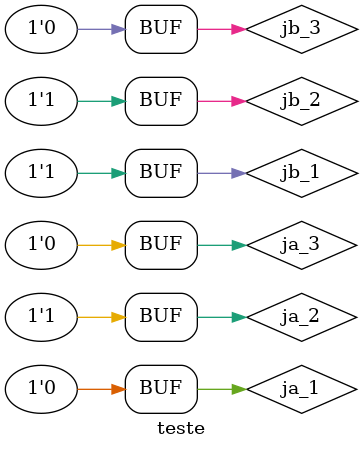
<source format=v>
module batalha(
	input ja_1,
	input ja_2,
	input ja_3,
	input jb_1,
	input jb_2,
	input jb_3,
	output s1,
	output s2
	);

reg reg_s1, reg_s2;
reg [2:0] codificado;
wire [2:0] ja_fios;
wire [2:0] jb_fios;
assign s2 = reg_s2;
assign s1 = reg_s1 & reg_s2;

assign ja_fios = {ja_1, ja_2, ja_3 };
assign jb_fios = {jb_1, jb_2, jb_3 };

always @(ja_fios) begin
	case(ja_1)
		2'b1: codificado[2] <= 0;
		2'b0: codificado[2] <= 1;
	endcase

	case(ja_2)
		2'b0: codificado[1] <= 1;
		2'b1: codificado[1] <= 0;
	endcase

	case(ja_3)
		2'b0: codificado[0] <= 1;
		2'b1: codificado[0] <= 0;
		endcase
end
always @(*) begin
	if(codificado == jb_fios)begin
			reg_s1 <= 2'b1;
	end
	else begin
		reg_s1 <= 2'b0;
	end
end
always @(*) begin
	if((ja_1 == ja_2 && ja_2 == ja_3) || (jb_1 == jb_2 && jb_2 == jb_3)) begin
		reg_s2 <= 2'b0;
	end
	else begin
		reg_s2 <= 2'b1;
	end
end

endmodule

module teste;
reg ja_1, ja_2, ja_3, jb_1, jb_2, jb_3;
wire s1, s2;

batalha bat(ja_1, ja_2, ja_3, jb_1, jb_2, jb_3, s1, s2);

initial begin
	$dumpvars(0, bat);
	#2;
	ja_1 <= 2'b0; ja_2 <= 2'b0; ja_3 <= 2'b1; jb_1 <= 2'b1; jb_2 <= 2'b1; jb_3 <= 2'b0;
	#2;
	ja_1 <= 2'b1; ja_2 <= 2'b1; ja_3 <= 2'b1; jb_1 <= 2'b0; jb_2 <= 2'b0; jb_3 <= 2'b0;
	#2;
	ja_1 <= 2'b0; ja_2 <= 2'b0; ja_3 <= 2'b1; jb_1 <= 2'b1; jb_2 <= 2'b1; jb_3 <= 2'b0;
	#2;
	ja_1 <= 2'b0; ja_2 <= 2'b1; ja_3 <= 2'b0; jb_1 <= 2'b1; jb_2 <= 2'b1; jb_3 <= 2'b0;
	#2;
end

endmodule
</source>
